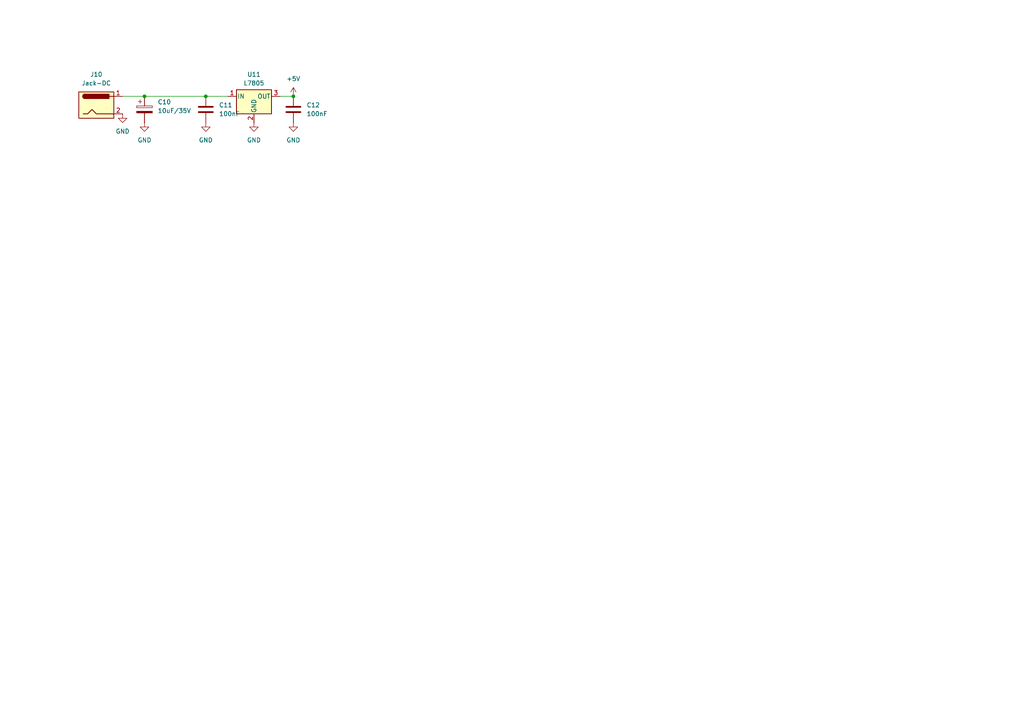
<source format=kicad_sch>
(kicad_sch (version 20231120) (generator "eeschema") (generator_version "8.0")
  (paper "A4")
  (lib_symbols
    (symbol "Connector:Jack-DC" (pin_names (offset 1.016))
      (property "Reference" "J" (at 0 5.334 0))
      (property "Value" "Jack-DC" (at 0 -5.08 0))
      (symbol "Jack-DC_0_1"
        (rectangle (start -5.08 3.81) (end 5.08 -3.81) (stroke (width 0.254)) (fill (type background)))
        (arc (start -3.302 3.175) (mid -3.9343 2.54) (end -3.302 1.905) (stroke (width 0.254)))
        (arc (start -3.302 3.175) (mid -3.9343 2.54) (end -3.302 1.905) (stroke (width 0.254)) (fill (type outline)))
        (polyline (pts (xy 5.08 2.54) (xy 3.81 2.54)) (stroke (width 0.254)))
        (polyline (pts (xy -3.81 -2.54) (xy -2.54 -2.54) (xy -1.27 -1.27) (xy 0 -2.54) (xy 2.54 -2.54) (xy 5.08 -2.54)) (stroke (width 0.254)))
        (rectangle (start 3.683 3.175) (end -3.302 1.905) (stroke (width 0.254)) (fill (type outline)))
      )
      (symbol "Jack-DC_1_1"
        (pin passive line (at 7.62 2.54 180) (length 2.54) (name "~") (number "1"))
        (pin passive line (at 7.62 -2.54 180) (length 2.54) (name "~") (number "2"))
      )
    )
    (symbol "Device:C" (pin_numbers hide) (pin_names (offset 0.254))
      (property "Reference" "C" (at 0.635 2.54 0))
      (property "Value" "C" (at 0.635 -2.54 0))
      (symbol "C_0_1"
        (polyline (pts (xy -2.032 -0.762) (xy 2.032 -0.762)) (stroke (width 0.508)))
        (polyline (pts (xy -2.032 0.762) (xy 2.032 0.762)) (stroke (width 0.508)))
      )
      (symbol "C_1_1"
        (pin passive line (at 0 3.81 270) (length 2.794) (name "~") (number "1"))
        (pin passive line (at 0 -3.81 90) (length 2.794) (name "~") (number "2"))
      )
    )
    (symbol "Device:C_Polarized" (pin_numbers hide) (pin_names (offset 0.254))
      (property "Reference" "C" (at 0.635 2.54 0))
      (property "Value" "C_Polarized" (at 0.635 -2.54 0))
      (symbol "C_Polarized_0_1"
        (rectangle (start -2.286 0.508) (end 2.286 1.016))
        (polyline (pts (xy -1.778 2.286) (xy -0.762 2.286)))
        (polyline (pts (xy -1.27 2.794) (xy -1.27 1.778)))
        (rectangle (start 2.286 -0.508) (end -2.286 -1.016) (fill (type outline)))
      )
      (symbol "C_Polarized_1_1"
        (pin passive line (at 0 3.81 270) (length 2.794) (name "~") (number "1"))
        (pin passive line (at 0 -3.81 90) (length 2.794) (name "~") (number "2"))
      )
    )
    (symbol "Regulator_Linear:L7805" (pin_names (offset 0.254))
      (property "Reference" "U" (at -3.81 3.175 0))
      (property "Value" "L7805" (at 0 3.175 0))
      (symbol "L7805_0_1"
        (rectangle (start -5.08 1.905) (end 5.08 -5.08) (stroke (width 0.254)) (fill (type background)))
      )
      (symbol "L7805_1_1"
        (pin power_in line (at -7.62 0 0) (length 2.54) (name "IN") (number "1"))
        (pin power_in line (at 0 -7.62 90) (length 2.54) (name "GND") (number "2"))
        (pin power_out line (at 7.62 0 180) (length 2.54) (name "OUT") (number "3"))
      )
    )
    (symbol "power:+5V" (power) (pin_numbers hide) (pin_names (offset 0) hide)
      (property "Value" "+5V" (at 0 3.556 0))
      (symbol "+5V_0_1"
        (polyline (pts (xy -0.762 1.27) (xy 0 2.54)))
        (polyline (pts (xy 0 0) (xy 0 2.54)))
        (polyline (pts (xy 0 2.54) (xy 0.762 1.27)))
      )
      (symbol "+5V_1_1"
        (pin power_in line (at 0 0 90) (length 0) (name "~") (number "1"))
      )
    )
    (symbol "power:GND" (power) (pin_numbers hide) (pin_names (offset 0) hide)
      (property "Value" "GND" (at 0 -3.81 0))
      (symbol "GND_0_1"
        (polyline (pts (xy 0 0) (xy 0 -1.27) (xy 1.27 -1.27) (xy 0 -2.54) (xy -1.27 -1.27) (xy 0 -1.27)))
      )
      (symbol "GND_1_1"
        (pin power_in line (at 0 0 270) (length 0) (name "~") (number "1"))
      )
    )
  )
  (junction (at 85.09 27.94))
  (junction (at 59.69 27.94))
  (junction (at 41.91 27.94))
  (wire (pts (xy 41.91 27.94) (xy 59.69 27.94)))
  (wire (pts (xy 81.28 27.94) (xy 85.09 27.94)))
  (wire (pts (xy 35.56 27.94) (xy 41.91 27.94)))
  (wire (pts (xy 59.69 27.94) (xy 66.04 27.94)))
  (symbol (lib_id "Device:C") (at 85.09 31.75 0) (unit 1)
    (property "Reference" "C12" (at 88.9 30.4799 0) (effects (justify left)))
    (property "Value" "100nF" (at 88.9 33.0199 0) (effects (justify left)))
    (property "Footprint" "Capacitor_SMD:C_1206_3216Metric" (effects (hide yes)))
    (property "Description" "Unpolarized capacitor" (effects (hide yes)))
  )
  (symbol (lib_id "power:GND") (at 41.91 35.56 0) (unit 1)
    (property "Reference" "#PWR057" (effects (hide yes)))
    (property "Value" "GND" (at 41.91 40.64 0))
    (property "Description" "Power symbol creates a global label with name \"GND\" , ground" (effects (hide yes)))
  )
  (symbol (lib_id "Connector:Jack-DC") (at 27.94 30.48 0) (unit 1)
    (property "Reference" "J10" (at 27.94 21.59 0))
    (property "Value" "Jack-DC" (at 27.94 24.13 0))
    (property "Footprint" "Connector_BarrelJack:BarrelJack_Horizontal" (effects (hide yes)))
    (property "Description" "DC Barrel Jack" (effects (hide yes)))
  )
  (symbol (lib_id "power:GND") (at 35.56 33.02 0) (unit 1)
    (property "Reference" "#PWR056" (effects (hide yes)))
    (property "Value" "GND" (at 35.56 38.1 0))
    (property "Description" "Power symbol creates a global label with name \"GND\" , ground" (effects (hide yes)))
  )
  (symbol (lib_id "Device:C_Polarized") (at 41.91 31.75 0) (unit 1)
    (property "Reference" "C10" (at 45.72 29.5909 0) (effects (justify left)))
    (property "Value" "10uF/35V" (at 45.72 32.1309 0) (effects (justify left)))
    (property "Footprint" "Capacitor_SMD:CP_Elec_5x5.7" (effects (hide yes)))
    (property "Description" "Polarized capacitor" (effects (hide yes)))
  )
  (symbol (lib_id "power:GND") (at 85.09 35.56 0) (unit 1)
    (property "Reference" "#PWR061" (effects (hide yes)))
    (property "Value" "GND" (at 85.09 40.64 0))
    (property "Description" "Power symbol creates a global label with name \"GND\" , ground" (effects (hide yes)))
  )
  (symbol (lib_id "power:+5V") (at 85.09 27.94 0) (unit 1)
    (property "Reference" "#PWR060" (effects (hide yes)))
    (property "Value" "+5V" (at 85.09 22.86 0))
    (property "Description" "Power symbol creates a global label with name \"+5V\"" (effects (hide yes)))
  )
  (symbol (lib_id "power:GND") (at 59.69 35.56 0) (unit 1)
    (property "Reference" "#PWR058" (effects (hide yes)))
    (property "Value" "GND" (at 59.69 40.64 0))
    (property "Description" "Power symbol creates a global label with name \"GND\" , ground" (effects (hide yes)))
  )
  (symbol (lib_id "Device:C") (at 59.69 31.75 0) (unit 1)
    (property "Reference" "C11" (at 63.5 30.4799 0) (effects (justify left)))
    (property "Value" "100nF" (at 63.5 33.0199 0) (effects (justify left)))
    (property "Footprint" "Capacitor_SMD:C_1206_3216Metric" (effects (hide yes)))
    (property "Description" "Unpolarized capacitor" (effects (hide yes)))
  )
  (symbol (lib_id "power:GND") (at 73.66 35.56 0) (unit 1)
    (property "Reference" "#PWR059" (effects (hide yes)))
    (property "Value" "GND" (at 73.66 40.64 0))
    (property "Description" "Power symbol creates a global label with name \"GND\" , ground" (effects (hide yes)))
  )
  (symbol (lib_id "Regulator_Linear:L7805") (at 73.66 27.94 0) (unit 1)
    (property "Reference" "U11" (at 73.66 21.59 0))
    (property "Value" "L7805" (at 73.66 24.13 0))
    (property "Footprint" "Package_TO_SOT_THT:TO-220-3_Horizontal_TabDown" (effects (hide yes)))
    (property "Datasheet" "http://www.st.com/content/ccc/resource/technical/document/datasheet/41/4f/b3/b0/12/d4/47/88/CD00000444.pdf/files/CD00000444.pdf/jcr:content/translations/en.CD00000444.pdf" (effects (hide yes)))
    (property "Description" "Positive 1.5A 35V Linear Regulator, Fixed Output 5V, TO-220/TO-263/TO-252" (effects (hide yes)))
  )
)
</source>
